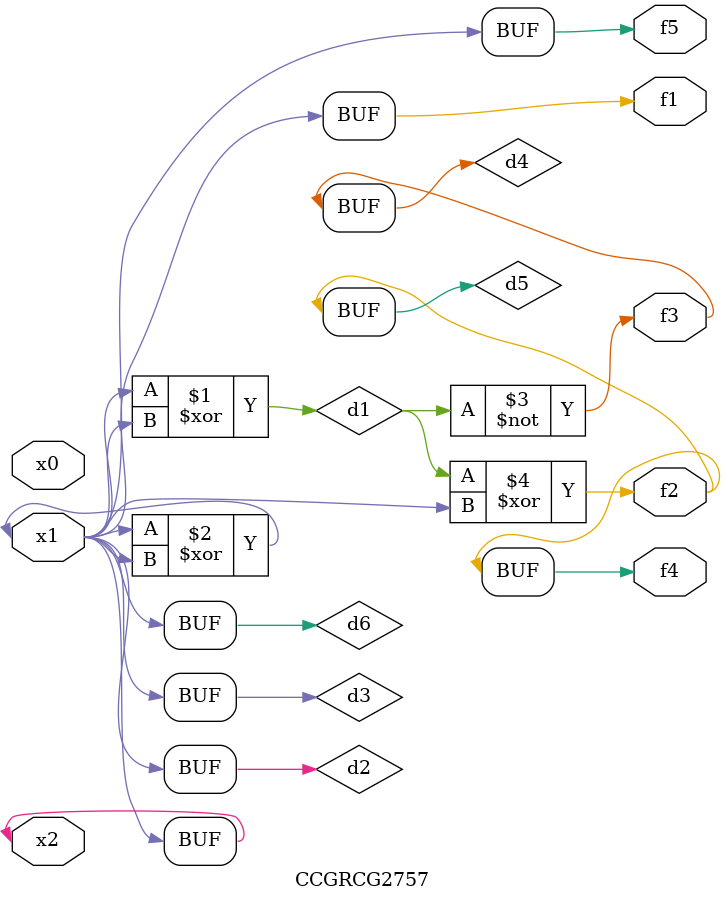
<source format=v>
module CCGRCG2757(
	input x0, x1, x2,
	output f1, f2, f3, f4, f5
);

	wire d1, d2, d3, d4, d5, d6;

	xor (d1, x1, x2);
	buf (d2, x1, x2);
	xor (d3, x1, x2);
	nor (d4, d1);
	xor (d5, d1, d2);
	buf (d6, d2, d3);
	assign f1 = d6;
	assign f2 = d5;
	assign f3 = d4;
	assign f4 = d5;
	assign f5 = d6;
endmodule

</source>
